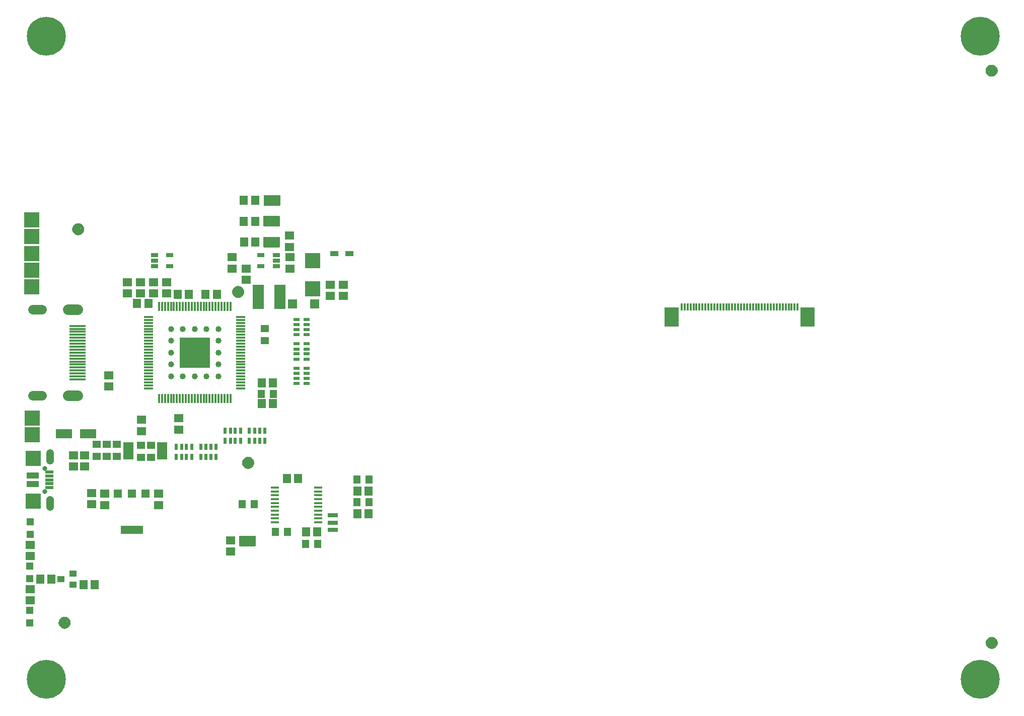
<source format=gbr>
G04 EAGLE Gerber RS-274X export*
G75*
%MOMM*%
%FSLAX34Y34*%
%LPD*%
%INSoldermask Top*%
%IPPOS*%
%AMOC8*
5,1,8,0,0,1.08239X$1,22.5*%
G01*
%ADD10C,1.751600*%
%ADD11C,1.601600*%
%ADD12R,2.701600X0.351600*%
%ADD13R,0.371600X1.601600*%
%ADD14R,1.601600X0.371600*%
%ADD15R,5.200000X5.200000*%
%ADD16C,1.009600*%
%ADD17R,1.601600X1.401600*%
%ADD18R,1.401600X1.301600*%
%ADD19R,1.301600X1.401600*%
%ADD20R,1.401600X1.601600*%
%ADD21R,1.651000X2.921000*%
%ADD22C,6.553200*%
%ADD23C,1.101600*%
%ADD24C,0.500000*%
%ADD25R,1.301600X0.651600*%
%ADD26R,1.401600X1.401600*%
%ADD27R,3.701600X1.401600*%
%ADD28C,0.801600*%
%ADD29R,2.601600X2.601600*%
%ADD30C,1.309600*%
%ADD31R,2.101600X1.101600*%
%ADD32R,1.450000X0.500000*%
%ADD33R,1.371600X0.406400*%
%ADD34R,1.801600X0.801600*%
%ADD35R,1.001600X0.551600*%
%ADD36R,0.551600X1.001600*%
%ADD37R,1.301600X1.301600*%
%ADD38R,1.901600X4.101600*%
%ADD39R,1.501600X1.501600*%
%ADD40R,2.641600X2.641600*%
%ADD41R,1.301600X1.101600*%
%ADD42R,0.300000X1.150000*%
%ADD43R,2.401600X3.201600*%
%ADD44R,2.501600X2.501600*%
%ADD45R,1.270000X1.701800*%
%ADD46R,0.736600X0.304800*%
%ADD47R,1.451600X0.901600*%
%ADD48R,2.701600X1.501600*%

G36*
X432810Y837136D02*
X432810Y837136D01*
X432929Y837143D01*
X432967Y837156D01*
X433008Y837161D01*
X433118Y837204D01*
X433231Y837241D01*
X433266Y837263D01*
X433303Y837278D01*
X433399Y837348D01*
X433500Y837411D01*
X433528Y837441D01*
X433561Y837464D01*
X433637Y837556D01*
X433718Y837643D01*
X433738Y837678D01*
X433763Y837709D01*
X433814Y837817D01*
X433872Y837921D01*
X433882Y837961D01*
X433899Y837997D01*
X433921Y838114D01*
X433951Y838229D01*
X433955Y838290D01*
X433959Y838310D01*
X433957Y838330D01*
X433961Y838390D01*
X433961Y853630D01*
X433946Y853748D01*
X433939Y853867D01*
X433926Y853905D01*
X433921Y853946D01*
X433878Y854056D01*
X433841Y854169D01*
X433819Y854204D01*
X433804Y854241D01*
X433735Y854337D01*
X433671Y854438D01*
X433641Y854466D01*
X433618Y854499D01*
X433526Y854575D01*
X433439Y854656D01*
X433404Y854676D01*
X433373Y854701D01*
X433265Y854752D01*
X433161Y854810D01*
X433121Y854820D01*
X433085Y854837D01*
X432968Y854859D01*
X432853Y854889D01*
X432793Y854893D01*
X432773Y854897D01*
X432752Y854895D01*
X432692Y854899D01*
X407292Y854899D01*
X407174Y854884D01*
X407055Y854877D01*
X407017Y854864D01*
X406976Y854859D01*
X406866Y854816D01*
X406753Y854779D01*
X406718Y854757D01*
X406681Y854742D01*
X406585Y854673D01*
X406484Y854609D01*
X406456Y854579D01*
X406423Y854556D01*
X406348Y854464D01*
X406266Y854377D01*
X406246Y854342D01*
X406221Y854311D01*
X406170Y854203D01*
X406112Y854099D01*
X406102Y854059D01*
X406085Y854023D01*
X406063Y853906D01*
X406033Y853791D01*
X406029Y853731D01*
X406025Y853711D01*
X406026Y853704D01*
X406025Y853702D01*
X406026Y853686D01*
X406023Y853630D01*
X406023Y838390D01*
X406038Y838272D01*
X406045Y838153D01*
X406058Y838115D01*
X406063Y838074D01*
X406106Y837964D01*
X406143Y837851D01*
X406165Y837816D01*
X406180Y837779D01*
X406250Y837683D01*
X406313Y837582D01*
X406343Y837554D01*
X406366Y837521D01*
X406458Y837446D01*
X406545Y837364D01*
X406580Y837344D01*
X406611Y837319D01*
X406719Y837268D01*
X406823Y837210D01*
X406863Y837200D01*
X406899Y837183D01*
X407016Y837161D01*
X407131Y837131D01*
X407192Y837127D01*
X407212Y837123D01*
X407232Y837125D01*
X407292Y837121D01*
X432692Y837121D01*
X432810Y837136D01*
G37*
G36*
X431810Y802136D02*
X431810Y802136D01*
X431929Y802143D01*
X431967Y802156D01*
X432008Y802161D01*
X432118Y802204D01*
X432231Y802241D01*
X432266Y802263D01*
X432303Y802278D01*
X432399Y802348D01*
X432500Y802411D01*
X432528Y802441D01*
X432561Y802464D01*
X432637Y802556D01*
X432718Y802643D01*
X432738Y802678D01*
X432763Y802709D01*
X432814Y802817D01*
X432872Y802921D01*
X432882Y802961D01*
X432899Y802997D01*
X432921Y803114D01*
X432951Y803229D01*
X432955Y803290D01*
X432959Y803310D01*
X432957Y803330D01*
X432961Y803390D01*
X432961Y818630D01*
X432946Y818748D01*
X432939Y818867D01*
X432926Y818905D01*
X432921Y818946D01*
X432878Y819056D01*
X432841Y819169D01*
X432819Y819204D01*
X432804Y819241D01*
X432735Y819337D01*
X432671Y819438D01*
X432641Y819466D01*
X432618Y819499D01*
X432526Y819575D01*
X432439Y819656D01*
X432404Y819676D01*
X432373Y819701D01*
X432265Y819752D01*
X432161Y819810D01*
X432121Y819820D01*
X432085Y819837D01*
X431968Y819859D01*
X431853Y819889D01*
X431793Y819893D01*
X431773Y819897D01*
X431752Y819895D01*
X431692Y819899D01*
X406292Y819899D01*
X406174Y819884D01*
X406055Y819877D01*
X406017Y819864D01*
X405976Y819859D01*
X405866Y819816D01*
X405753Y819779D01*
X405718Y819757D01*
X405681Y819742D01*
X405585Y819673D01*
X405484Y819609D01*
X405456Y819579D01*
X405423Y819556D01*
X405348Y819464D01*
X405266Y819377D01*
X405246Y819342D01*
X405221Y819311D01*
X405170Y819203D01*
X405112Y819099D01*
X405102Y819059D01*
X405085Y819023D01*
X405063Y818906D01*
X405033Y818791D01*
X405029Y818731D01*
X405025Y818711D01*
X405026Y818704D01*
X405025Y818702D01*
X405026Y818686D01*
X405023Y818630D01*
X405023Y803390D01*
X405038Y803272D01*
X405045Y803153D01*
X405058Y803115D01*
X405063Y803074D01*
X405106Y802964D01*
X405143Y802851D01*
X405165Y802816D01*
X405180Y802779D01*
X405250Y802683D01*
X405313Y802582D01*
X405343Y802554D01*
X405366Y802521D01*
X405458Y802446D01*
X405545Y802364D01*
X405580Y802344D01*
X405611Y802319D01*
X405719Y802268D01*
X405823Y802210D01*
X405863Y802200D01*
X405899Y802183D01*
X406016Y802161D01*
X406131Y802131D01*
X406192Y802127D01*
X406212Y802123D01*
X406232Y802125D01*
X406292Y802121D01*
X431692Y802121D01*
X431810Y802136D01*
G37*
G36*
X431910Y767096D02*
X431910Y767096D01*
X432029Y767103D01*
X432067Y767116D01*
X432108Y767121D01*
X432218Y767164D01*
X432331Y767201D01*
X432366Y767223D01*
X432403Y767238D01*
X432499Y767308D01*
X432600Y767371D01*
X432628Y767401D01*
X432661Y767424D01*
X432737Y767516D01*
X432818Y767603D01*
X432838Y767638D01*
X432863Y767669D01*
X432914Y767777D01*
X432972Y767881D01*
X432982Y767921D01*
X432999Y767957D01*
X433021Y768074D01*
X433051Y768189D01*
X433055Y768250D01*
X433059Y768270D01*
X433057Y768290D01*
X433061Y768350D01*
X433061Y783590D01*
X433046Y783708D01*
X433039Y783827D01*
X433026Y783865D01*
X433021Y783906D01*
X432978Y784016D01*
X432941Y784129D01*
X432919Y784164D01*
X432904Y784201D01*
X432835Y784297D01*
X432771Y784398D01*
X432741Y784426D01*
X432718Y784459D01*
X432626Y784535D01*
X432539Y784616D01*
X432504Y784636D01*
X432473Y784661D01*
X432365Y784712D01*
X432261Y784770D01*
X432221Y784780D01*
X432185Y784797D01*
X432068Y784819D01*
X431953Y784849D01*
X431893Y784853D01*
X431873Y784857D01*
X431852Y784855D01*
X431792Y784859D01*
X406392Y784859D01*
X406274Y784844D01*
X406155Y784837D01*
X406117Y784824D01*
X406076Y784819D01*
X405966Y784776D01*
X405853Y784739D01*
X405818Y784717D01*
X405781Y784702D01*
X405685Y784633D01*
X405584Y784569D01*
X405556Y784539D01*
X405523Y784516D01*
X405448Y784424D01*
X405366Y784337D01*
X405346Y784302D01*
X405321Y784271D01*
X405270Y784163D01*
X405212Y784059D01*
X405202Y784019D01*
X405185Y783983D01*
X405163Y783866D01*
X405133Y783751D01*
X405129Y783691D01*
X405125Y783671D01*
X405126Y783664D01*
X405125Y783662D01*
X405126Y783646D01*
X405123Y783590D01*
X405123Y768350D01*
X405138Y768232D01*
X405145Y768113D01*
X405158Y768075D01*
X405163Y768034D01*
X405206Y767924D01*
X405243Y767811D01*
X405265Y767776D01*
X405280Y767739D01*
X405350Y767643D01*
X405413Y767542D01*
X405443Y767514D01*
X405466Y767481D01*
X405558Y767406D01*
X405645Y767324D01*
X405680Y767304D01*
X405711Y767279D01*
X405819Y767228D01*
X405923Y767170D01*
X405963Y767160D01*
X405999Y767143D01*
X406116Y767121D01*
X406231Y767091D01*
X406292Y767087D01*
X406312Y767083D01*
X406332Y767085D01*
X406392Y767081D01*
X431792Y767081D01*
X431910Y767096D01*
G37*
G36*
X391270Y264176D02*
X391270Y264176D01*
X391389Y264183D01*
X391427Y264196D01*
X391468Y264201D01*
X391578Y264244D01*
X391691Y264281D01*
X391726Y264303D01*
X391763Y264318D01*
X391859Y264388D01*
X391960Y264451D01*
X391988Y264481D01*
X392021Y264504D01*
X392097Y264596D01*
X392178Y264683D01*
X392198Y264718D01*
X392223Y264749D01*
X392274Y264857D01*
X392332Y264961D01*
X392342Y265001D01*
X392359Y265037D01*
X392381Y265154D01*
X392411Y265269D01*
X392415Y265330D01*
X392419Y265350D01*
X392417Y265370D01*
X392421Y265430D01*
X392421Y280670D01*
X392406Y280788D01*
X392399Y280907D01*
X392386Y280945D01*
X392381Y280986D01*
X392338Y281096D01*
X392301Y281209D01*
X392279Y281244D01*
X392264Y281281D01*
X392195Y281377D01*
X392131Y281478D01*
X392101Y281506D01*
X392078Y281539D01*
X391986Y281615D01*
X391899Y281696D01*
X391864Y281716D01*
X391833Y281741D01*
X391725Y281792D01*
X391621Y281850D01*
X391581Y281860D01*
X391545Y281877D01*
X391428Y281899D01*
X391313Y281929D01*
X391253Y281933D01*
X391233Y281937D01*
X391212Y281935D01*
X391152Y281939D01*
X365752Y281939D01*
X365634Y281924D01*
X365515Y281917D01*
X365477Y281904D01*
X365436Y281899D01*
X365326Y281856D01*
X365213Y281819D01*
X365178Y281797D01*
X365141Y281782D01*
X365045Y281713D01*
X364944Y281649D01*
X364916Y281619D01*
X364883Y281596D01*
X364808Y281504D01*
X364726Y281417D01*
X364706Y281382D01*
X364681Y281351D01*
X364630Y281243D01*
X364572Y281139D01*
X364562Y281099D01*
X364545Y281063D01*
X364523Y280946D01*
X364493Y280831D01*
X364489Y280771D01*
X364485Y280751D01*
X364486Y280744D01*
X364485Y280742D01*
X364486Y280726D01*
X364483Y280670D01*
X364483Y265430D01*
X364498Y265312D01*
X364505Y265193D01*
X364518Y265155D01*
X364523Y265114D01*
X364566Y265004D01*
X364603Y264891D01*
X364625Y264856D01*
X364640Y264819D01*
X364710Y264723D01*
X364773Y264622D01*
X364803Y264594D01*
X364826Y264561D01*
X364918Y264486D01*
X365005Y264404D01*
X365040Y264384D01*
X365071Y264359D01*
X365179Y264308D01*
X365283Y264250D01*
X365323Y264240D01*
X365359Y264223D01*
X365476Y264201D01*
X365591Y264171D01*
X365652Y264167D01*
X365672Y264163D01*
X365692Y264165D01*
X365752Y264161D01*
X391152Y264161D01*
X391270Y264176D01*
G37*
D10*
X76642Y662510D02*
X93142Y662510D01*
X93142Y517510D02*
X76642Y517510D01*
D11*
X32792Y517510D02*
X17792Y517510D01*
X17792Y662510D02*
X32792Y662510D01*
D12*
X92492Y545010D03*
X92492Y550010D03*
X92492Y555010D03*
X92492Y560010D03*
X92492Y565010D03*
X92492Y570010D03*
X92492Y575010D03*
X92492Y580010D03*
X92492Y585010D03*
X92492Y590010D03*
X92492Y595010D03*
X92492Y600010D03*
X92492Y605010D03*
X92492Y610010D03*
X92492Y615010D03*
X92492Y620010D03*
X92492Y625010D03*
X92492Y630010D03*
X92492Y635010D03*
D13*
X229992Y667510D03*
X234992Y667510D03*
X239992Y667510D03*
X244992Y667510D03*
X249992Y667510D03*
X254992Y667510D03*
X259992Y667510D03*
X264992Y667510D03*
X269992Y667510D03*
X274992Y667510D03*
X279992Y667510D03*
X284992Y667510D03*
X289992Y667510D03*
X294992Y667510D03*
X299992Y667510D03*
X304992Y667510D03*
X309992Y667510D03*
X314992Y667510D03*
X319992Y667510D03*
X324992Y667510D03*
X329992Y667510D03*
X334992Y667510D03*
X339992Y667510D03*
X344992Y667510D03*
X349992Y667510D03*
X229992Y512510D03*
X234992Y512510D03*
X239992Y512510D03*
X244992Y512510D03*
X249992Y512510D03*
X254992Y512510D03*
X259992Y512510D03*
X264992Y512510D03*
X269992Y512510D03*
X274992Y512510D03*
X279992Y512510D03*
X284992Y512510D03*
X289992Y512510D03*
X294992Y512510D03*
X299992Y512510D03*
X304992Y512510D03*
X309992Y512510D03*
X314992Y512510D03*
X319992Y512510D03*
X324992Y512510D03*
X329992Y512510D03*
X334992Y512510D03*
X339992Y512510D03*
X344992Y512510D03*
X349992Y512510D03*
D14*
X367492Y530010D03*
X367492Y535010D03*
X367492Y540010D03*
X367492Y545010D03*
X367492Y550010D03*
X367492Y555010D03*
X367492Y560010D03*
X367492Y565010D03*
X367492Y570010D03*
X367492Y575010D03*
X367492Y580010D03*
X367492Y585010D03*
X367492Y590010D03*
X367492Y595010D03*
X367492Y600010D03*
X367492Y605010D03*
X367492Y610010D03*
X367492Y615010D03*
X367492Y620010D03*
X367492Y625010D03*
X367492Y630010D03*
X367492Y635010D03*
X367492Y640010D03*
X367492Y645010D03*
X367492Y650010D03*
X212492Y650010D03*
X212492Y645010D03*
X212492Y640010D03*
X212492Y635010D03*
X212492Y630010D03*
X212492Y625010D03*
X212492Y620010D03*
X212492Y615010D03*
X212492Y610010D03*
X212492Y605010D03*
X212492Y600010D03*
X212492Y595010D03*
X212492Y590010D03*
X212492Y585010D03*
X212492Y580010D03*
X212492Y575010D03*
X212492Y570010D03*
X212492Y565010D03*
X212492Y560010D03*
X212492Y555010D03*
X212492Y550010D03*
X212492Y545010D03*
X212492Y540010D03*
X212492Y535010D03*
X212492Y530010D03*
D15*
X289992Y590010D03*
D16*
X249992Y630010D03*
X269992Y630010D03*
X289992Y630010D03*
X309992Y630010D03*
X329992Y630010D03*
X329992Y610010D03*
X329992Y590010D03*
X329992Y570010D03*
X329992Y550010D03*
X309992Y550010D03*
X289992Y550010D03*
X269992Y550010D03*
X249992Y550010D03*
X249992Y570010D03*
X249992Y590010D03*
X249992Y610010D03*
D17*
X176992Y708510D03*
X176992Y689510D03*
D18*
X158812Y415350D03*
X158812Y435670D03*
D19*
X422152Y520740D03*
X401832Y520740D03*
D18*
X125352Y415350D03*
X125352Y435670D03*
X142082Y415350D03*
X142082Y435670D03*
D17*
X262992Y479510D03*
X262992Y460510D03*
D20*
X279992Y688010D03*
X260992Y688010D03*
X402492Y538740D03*
X421492Y538740D03*
D18*
X407992Y609850D03*
X407992Y630170D03*
D20*
X326992Y688010D03*
X307992Y688010D03*
X192992Y672510D03*
X211992Y672510D03*
D17*
X105082Y417230D03*
X105082Y398230D03*
X199992Y477010D03*
X199992Y458010D03*
D21*
X178372Y424660D03*
D18*
X199142Y434280D03*
X199142Y413960D03*
D21*
X235002Y424970D03*
D18*
X216182Y414080D03*
X216182Y434400D03*
D22*
X39992Y1122010D03*
X1610992Y1122010D03*
X1610992Y40010D03*
X39992Y40010D03*
D23*
X362992Y692010D03*
D24*
X362992Y699510D02*
X362811Y699508D01*
X362630Y699501D01*
X362449Y699490D01*
X362268Y699475D01*
X362088Y699455D01*
X361908Y699431D01*
X361729Y699403D01*
X361551Y699370D01*
X361374Y699333D01*
X361197Y699292D01*
X361022Y699247D01*
X360847Y699197D01*
X360674Y699143D01*
X360503Y699085D01*
X360332Y699023D01*
X360164Y698956D01*
X359997Y698886D01*
X359831Y698812D01*
X359668Y698733D01*
X359507Y698651D01*
X359347Y698565D01*
X359190Y698475D01*
X359035Y698381D01*
X358882Y698284D01*
X358732Y698182D01*
X358584Y698078D01*
X358438Y697969D01*
X358296Y697858D01*
X358156Y697742D01*
X358019Y697624D01*
X357884Y697502D01*
X357753Y697377D01*
X357625Y697249D01*
X357500Y697118D01*
X357378Y696983D01*
X357260Y696846D01*
X357144Y696706D01*
X357033Y696564D01*
X356924Y696418D01*
X356820Y696270D01*
X356718Y696120D01*
X356621Y695967D01*
X356527Y695812D01*
X356437Y695655D01*
X356351Y695495D01*
X356269Y695334D01*
X356190Y695171D01*
X356116Y695005D01*
X356046Y694838D01*
X355979Y694670D01*
X355917Y694499D01*
X355859Y694328D01*
X355805Y694155D01*
X355755Y693980D01*
X355710Y693805D01*
X355669Y693628D01*
X355632Y693451D01*
X355599Y693273D01*
X355571Y693094D01*
X355547Y692914D01*
X355527Y692734D01*
X355512Y692553D01*
X355501Y692372D01*
X355494Y692191D01*
X355492Y692010D01*
X362992Y699510D02*
X363173Y699508D01*
X363354Y699501D01*
X363535Y699490D01*
X363716Y699475D01*
X363896Y699455D01*
X364076Y699431D01*
X364255Y699403D01*
X364433Y699370D01*
X364610Y699333D01*
X364787Y699292D01*
X364962Y699247D01*
X365137Y699197D01*
X365310Y699143D01*
X365481Y699085D01*
X365652Y699023D01*
X365820Y698956D01*
X365987Y698886D01*
X366153Y698812D01*
X366316Y698733D01*
X366477Y698651D01*
X366637Y698565D01*
X366794Y698475D01*
X366949Y698381D01*
X367102Y698284D01*
X367252Y698182D01*
X367400Y698078D01*
X367546Y697969D01*
X367688Y697858D01*
X367828Y697742D01*
X367965Y697624D01*
X368100Y697502D01*
X368231Y697377D01*
X368359Y697249D01*
X368484Y697118D01*
X368606Y696983D01*
X368724Y696846D01*
X368840Y696706D01*
X368951Y696564D01*
X369060Y696418D01*
X369164Y696270D01*
X369266Y696120D01*
X369363Y695967D01*
X369457Y695812D01*
X369547Y695655D01*
X369633Y695495D01*
X369715Y695334D01*
X369794Y695171D01*
X369868Y695005D01*
X369938Y694838D01*
X370005Y694670D01*
X370067Y694499D01*
X370125Y694328D01*
X370179Y694155D01*
X370229Y693980D01*
X370274Y693805D01*
X370315Y693628D01*
X370352Y693451D01*
X370385Y693273D01*
X370413Y693094D01*
X370437Y692914D01*
X370457Y692734D01*
X370472Y692553D01*
X370483Y692372D01*
X370490Y692191D01*
X370492Y692010D01*
X370490Y691829D01*
X370483Y691648D01*
X370472Y691467D01*
X370457Y691286D01*
X370437Y691106D01*
X370413Y690926D01*
X370385Y690747D01*
X370352Y690569D01*
X370315Y690392D01*
X370274Y690215D01*
X370229Y690040D01*
X370179Y689865D01*
X370125Y689692D01*
X370067Y689521D01*
X370005Y689350D01*
X369938Y689182D01*
X369868Y689015D01*
X369794Y688849D01*
X369715Y688686D01*
X369633Y688525D01*
X369547Y688365D01*
X369457Y688208D01*
X369363Y688053D01*
X369266Y687900D01*
X369164Y687750D01*
X369060Y687602D01*
X368951Y687456D01*
X368840Y687314D01*
X368724Y687174D01*
X368606Y687037D01*
X368484Y686902D01*
X368359Y686771D01*
X368231Y686643D01*
X368100Y686518D01*
X367965Y686396D01*
X367828Y686278D01*
X367688Y686162D01*
X367546Y686051D01*
X367400Y685942D01*
X367252Y685838D01*
X367102Y685736D01*
X366949Y685639D01*
X366794Y685545D01*
X366637Y685455D01*
X366477Y685369D01*
X366316Y685287D01*
X366153Y685208D01*
X365987Y685134D01*
X365820Y685064D01*
X365652Y684997D01*
X365481Y684935D01*
X365310Y684877D01*
X365137Y684823D01*
X364962Y684773D01*
X364787Y684728D01*
X364610Y684687D01*
X364433Y684650D01*
X364255Y684617D01*
X364076Y684589D01*
X363896Y684565D01*
X363716Y684545D01*
X363535Y684530D01*
X363354Y684519D01*
X363173Y684512D01*
X362992Y684510D01*
X362811Y684512D01*
X362630Y684519D01*
X362449Y684530D01*
X362268Y684545D01*
X362088Y684565D01*
X361908Y684589D01*
X361729Y684617D01*
X361551Y684650D01*
X361374Y684687D01*
X361197Y684728D01*
X361022Y684773D01*
X360847Y684823D01*
X360674Y684877D01*
X360503Y684935D01*
X360332Y684997D01*
X360164Y685064D01*
X359997Y685134D01*
X359831Y685208D01*
X359668Y685287D01*
X359507Y685369D01*
X359347Y685455D01*
X359190Y685545D01*
X359035Y685639D01*
X358882Y685736D01*
X358732Y685838D01*
X358584Y685942D01*
X358438Y686051D01*
X358296Y686162D01*
X358156Y686278D01*
X358019Y686396D01*
X357884Y686518D01*
X357753Y686643D01*
X357625Y686771D01*
X357500Y686902D01*
X357378Y687037D01*
X357260Y687174D01*
X357144Y687314D01*
X357033Y687456D01*
X356924Y687602D01*
X356820Y687750D01*
X356718Y687900D01*
X356621Y688053D01*
X356527Y688208D01*
X356437Y688365D01*
X356351Y688525D01*
X356269Y688686D01*
X356190Y688849D01*
X356116Y689015D01*
X356046Y689182D01*
X355979Y689350D01*
X355917Y689521D01*
X355859Y689692D01*
X355805Y689865D01*
X355755Y690040D01*
X355710Y690215D01*
X355669Y690392D01*
X355632Y690569D01*
X355599Y690747D01*
X355571Y690926D01*
X355547Y691106D01*
X355527Y691286D01*
X355512Y691467D01*
X355501Y691648D01*
X355494Y691829D01*
X355492Y692010D01*
D23*
X379792Y404510D03*
D24*
X379792Y412010D02*
X379611Y412008D01*
X379430Y412001D01*
X379249Y411990D01*
X379068Y411975D01*
X378888Y411955D01*
X378708Y411931D01*
X378529Y411903D01*
X378351Y411870D01*
X378174Y411833D01*
X377997Y411792D01*
X377822Y411747D01*
X377647Y411697D01*
X377474Y411643D01*
X377303Y411585D01*
X377132Y411523D01*
X376964Y411456D01*
X376797Y411386D01*
X376631Y411312D01*
X376468Y411233D01*
X376307Y411151D01*
X376147Y411065D01*
X375990Y410975D01*
X375835Y410881D01*
X375682Y410784D01*
X375532Y410682D01*
X375384Y410578D01*
X375238Y410469D01*
X375096Y410358D01*
X374956Y410242D01*
X374819Y410124D01*
X374684Y410002D01*
X374553Y409877D01*
X374425Y409749D01*
X374300Y409618D01*
X374178Y409483D01*
X374060Y409346D01*
X373944Y409206D01*
X373833Y409064D01*
X373724Y408918D01*
X373620Y408770D01*
X373518Y408620D01*
X373421Y408467D01*
X373327Y408312D01*
X373237Y408155D01*
X373151Y407995D01*
X373069Y407834D01*
X372990Y407671D01*
X372916Y407505D01*
X372846Y407338D01*
X372779Y407170D01*
X372717Y406999D01*
X372659Y406828D01*
X372605Y406655D01*
X372555Y406480D01*
X372510Y406305D01*
X372469Y406128D01*
X372432Y405951D01*
X372399Y405773D01*
X372371Y405594D01*
X372347Y405414D01*
X372327Y405234D01*
X372312Y405053D01*
X372301Y404872D01*
X372294Y404691D01*
X372292Y404510D01*
X379792Y412010D02*
X379973Y412008D01*
X380154Y412001D01*
X380335Y411990D01*
X380516Y411975D01*
X380696Y411955D01*
X380876Y411931D01*
X381055Y411903D01*
X381233Y411870D01*
X381410Y411833D01*
X381587Y411792D01*
X381762Y411747D01*
X381937Y411697D01*
X382110Y411643D01*
X382281Y411585D01*
X382452Y411523D01*
X382620Y411456D01*
X382787Y411386D01*
X382953Y411312D01*
X383116Y411233D01*
X383277Y411151D01*
X383437Y411065D01*
X383594Y410975D01*
X383749Y410881D01*
X383902Y410784D01*
X384052Y410682D01*
X384200Y410578D01*
X384346Y410469D01*
X384488Y410358D01*
X384628Y410242D01*
X384765Y410124D01*
X384900Y410002D01*
X385031Y409877D01*
X385159Y409749D01*
X385284Y409618D01*
X385406Y409483D01*
X385524Y409346D01*
X385640Y409206D01*
X385751Y409064D01*
X385860Y408918D01*
X385964Y408770D01*
X386066Y408620D01*
X386163Y408467D01*
X386257Y408312D01*
X386347Y408155D01*
X386433Y407995D01*
X386515Y407834D01*
X386594Y407671D01*
X386668Y407505D01*
X386738Y407338D01*
X386805Y407170D01*
X386867Y406999D01*
X386925Y406828D01*
X386979Y406655D01*
X387029Y406480D01*
X387074Y406305D01*
X387115Y406128D01*
X387152Y405951D01*
X387185Y405773D01*
X387213Y405594D01*
X387237Y405414D01*
X387257Y405234D01*
X387272Y405053D01*
X387283Y404872D01*
X387290Y404691D01*
X387292Y404510D01*
X387290Y404329D01*
X387283Y404148D01*
X387272Y403967D01*
X387257Y403786D01*
X387237Y403606D01*
X387213Y403426D01*
X387185Y403247D01*
X387152Y403069D01*
X387115Y402892D01*
X387074Y402715D01*
X387029Y402540D01*
X386979Y402365D01*
X386925Y402192D01*
X386867Y402021D01*
X386805Y401850D01*
X386738Y401682D01*
X386668Y401515D01*
X386594Y401349D01*
X386515Y401186D01*
X386433Y401025D01*
X386347Y400865D01*
X386257Y400708D01*
X386163Y400553D01*
X386066Y400400D01*
X385964Y400250D01*
X385860Y400102D01*
X385751Y399956D01*
X385640Y399814D01*
X385524Y399674D01*
X385406Y399537D01*
X385284Y399402D01*
X385159Y399271D01*
X385031Y399143D01*
X384900Y399018D01*
X384765Y398896D01*
X384628Y398778D01*
X384488Y398662D01*
X384346Y398551D01*
X384200Y398442D01*
X384052Y398338D01*
X383902Y398236D01*
X383749Y398139D01*
X383594Y398045D01*
X383437Y397955D01*
X383277Y397869D01*
X383116Y397787D01*
X382953Y397708D01*
X382787Y397634D01*
X382620Y397564D01*
X382452Y397497D01*
X382281Y397435D01*
X382110Y397377D01*
X381937Y397323D01*
X381762Y397273D01*
X381587Y397228D01*
X381410Y397187D01*
X381233Y397150D01*
X381055Y397117D01*
X380876Y397089D01*
X380696Y397065D01*
X380516Y397045D01*
X380335Y397030D01*
X380154Y397019D01*
X379973Y397012D01*
X379792Y397010D01*
X379611Y397012D01*
X379430Y397019D01*
X379249Y397030D01*
X379068Y397045D01*
X378888Y397065D01*
X378708Y397089D01*
X378529Y397117D01*
X378351Y397150D01*
X378174Y397187D01*
X377997Y397228D01*
X377822Y397273D01*
X377647Y397323D01*
X377474Y397377D01*
X377303Y397435D01*
X377132Y397497D01*
X376964Y397564D01*
X376797Y397634D01*
X376631Y397708D01*
X376468Y397787D01*
X376307Y397869D01*
X376147Y397955D01*
X375990Y398045D01*
X375835Y398139D01*
X375682Y398236D01*
X375532Y398338D01*
X375384Y398442D01*
X375238Y398551D01*
X375096Y398662D01*
X374956Y398778D01*
X374819Y398896D01*
X374684Y399018D01*
X374553Y399143D01*
X374425Y399271D01*
X374300Y399402D01*
X374178Y399537D01*
X374060Y399674D01*
X373944Y399814D01*
X373833Y399956D01*
X373724Y400102D01*
X373620Y400250D01*
X373518Y400400D01*
X373421Y400553D01*
X373327Y400708D01*
X373237Y400865D01*
X373151Y401025D01*
X373069Y401186D01*
X372990Y401349D01*
X372916Y401515D01*
X372846Y401682D01*
X372779Y401850D01*
X372717Y402021D01*
X372659Y402192D01*
X372605Y402365D01*
X372555Y402540D01*
X372510Y402715D01*
X372469Y402892D01*
X372432Y403069D01*
X372399Y403247D01*
X372371Y403426D01*
X372347Y403606D01*
X372327Y403786D01*
X372312Y403967D01*
X372301Y404148D01*
X372294Y404329D01*
X372292Y404510D01*
D23*
X1630292Y101550D03*
D24*
X1630292Y109050D02*
X1630111Y109048D01*
X1629930Y109041D01*
X1629749Y109030D01*
X1629568Y109015D01*
X1629388Y108995D01*
X1629208Y108971D01*
X1629029Y108943D01*
X1628851Y108910D01*
X1628674Y108873D01*
X1628497Y108832D01*
X1628322Y108787D01*
X1628147Y108737D01*
X1627974Y108683D01*
X1627803Y108625D01*
X1627632Y108563D01*
X1627464Y108496D01*
X1627297Y108426D01*
X1627131Y108352D01*
X1626968Y108273D01*
X1626807Y108191D01*
X1626647Y108105D01*
X1626490Y108015D01*
X1626335Y107921D01*
X1626182Y107824D01*
X1626032Y107722D01*
X1625884Y107618D01*
X1625738Y107509D01*
X1625596Y107398D01*
X1625456Y107282D01*
X1625319Y107164D01*
X1625184Y107042D01*
X1625053Y106917D01*
X1624925Y106789D01*
X1624800Y106658D01*
X1624678Y106523D01*
X1624560Y106386D01*
X1624444Y106246D01*
X1624333Y106104D01*
X1624224Y105958D01*
X1624120Y105810D01*
X1624018Y105660D01*
X1623921Y105507D01*
X1623827Y105352D01*
X1623737Y105195D01*
X1623651Y105035D01*
X1623569Y104874D01*
X1623490Y104711D01*
X1623416Y104545D01*
X1623346Y104378D01*
X1623279Y104210D01*
X1623217Y104039D01*
X1623159Y103868D01*
X1623105Y103695D01*
X1623055Y103520D01*
X1623010Y103345D01*
X1622969Y103168D01*
X1622932Y102991D01*
X1622899Y102813D01*
X1622871Y102634D01*
X1622847Y102454D01*
X1622827Y102274D01*
X1622812Y102093D01*
X1622801Y101912D01*
X1622794Y101731D01*
X1622792Y101550D01*
X1630292Y109050D02*
X1630473Y109048D01*
X1630654Y109041D01*
X1630835Y109030D01*
X1631016Y109015D01*
X1631196Y108995D01*
X1631376Y108971D01*
X1631555Y108943D01*
X1631733Y108910D01*
X1631910Y108873D01*
X1632087Y108832D01*
X1632262Y108787D01*
X1632437Y108737D01*
X1632610Y108683D01*
X1632781Y108625D01*
X1632952Y108563D01*
X1633120Y108496D01*
X1633287Y108426D01*
X1633453Y108352D01*
X1633616Y108273D01*
X1633777Y108191D01*
X1633937Y108105D01*
X1634094Y108015D01*
X1634249Y107921D01*
X1634402Y107824D01*
X1634552Y107722D01*
X1634700Y107618D01*
X1634846Y107509D01*
X1634988Y107398D01*
X1635128Y107282D01*
X1635265Y107164D01*
X1635400Y107042D01*
X1635531Y106917D01*
X1635659Y106789D01*
X1635784Y106658D01*
X1635906Y106523D01*
X1636024Y106386D01*
X1636140Y106246D01*
X1636251Y106104D01*
X1636360Y105958D01*
X1636464Y105810D01*
X1636566Y105660D01*
X1636663Y105507D01*
X1636757Y105352D01*
X1636847Y105195D01*
X1636933Y105035D01*
X1637015Y104874D01*
X1637094Y104711D01*
X1637168Y104545D01*
X1637238Y104378D01*
X1637305Y104210D01*
X1637367Y104039D01*
X1637425Y103868D01*
X1637479Y103695D01*
X1637529Y103520D01*
X1637574Y103345D01*
X1637615Y103168D01*
X1637652Y102991D01*
X1637685Y102813D01*
X1637713Y102634D01*
X1637737Y102454D01*
X1637757Y102274D01*
X1637772Y102093D01*
X1637783Y101912D01*
X1637790Y101731D01*
X1637792Y101550D01*
X1637790Y101369D01*
X1637783Y101188D01*
X1637772Y101007D01*
X1637757Y100826D01*
X1637737Y100646D01*
X1637713Y100466D01*
X1637685Y100287D01*
X1637652Y100109D01*
X1637615Y99932D01*
X1637574Y99755D01*
X1637529Y99580D01*
X1637479Y99405D01*
X1637425Y99232D01*
X1637367Y99061D01*
X1637305Y98890D01*
X1637238Y98722D01*
X1637168Y98555D01*
X1637094Y98389D01*
X1637015Y98226D01*
X1636933Y98065D01*
X1636847Y97905D01*
X1636757Y97748D01*
X1636663Y97593D01*
X1636566Y97440D01*
X1636464Y97290D01*
X1636360Y97142D01*
X1636251Y96996D01*
X1636140Y96854D01*
X1636024Y96714D01*
X1635906Y96577D01*
X1635784Y96442D01*
X1635659Y96311D01*
X1635531Y96183D01*
X1635400Y96058D01*
X1635265Y95936D01*
X1635128Y95818D01*
X1634988Y95702D01*
X1634846Y95591D01*
X1634700Y95482D01*
X1634552Y95378D01*
X1634402Y95276D01*
X1634249Y95179D01*
X1634094Y95085D01*
X1633937Y94995D01*
X1633777Y94909D01*
X1633616Y94827D01*
X1633453Y94748D01*
X1633287Y94674D01*
X1633120Y94604D01*
X1632952Y94537D01*
X1632781Y94475D01*
X1632610Y94417D01*
X1632437Y94363D01*
X1632262Y94313D01*
X1632087Y94268D01*
X1631910Y94227D01*
X1631733Y94190D01*
X1631555Y94157D01*
X1631376Y94129D01*
X1631196Y94105D01*
X1631016Y94085D01*
X1630835Y94070D01*
X1630654Y94059D01*
X1630473Y94052D01*
X1630292Y94050D01*
X1630111Y94052D01*
X1629930Y94059D01*
X1629749Y94070D01*
X1629568Y94085D01*
X1629388Y94105D01*
X1629208Y94129D01*
X1629029Y94157D01*
X1628851Y94190D01*
X1628674Y94227D01*
X1628497Y94268D01*
X1628322Y94313D01*
X1628147Y94363D01*
X1627974Y94417D01*
X1627803Y94475D01*
X1627632Y94537D01*
X1627464Y94604D01*
X1627297Y94674D01*
X1627131Y94748D01*
X1626968Y94827D01*
X1626807Y94909D01*
X1626647Y94995D01*
X1626490Y95085D01*
X1626335Y95179D01*
X1626182Y95276D01*
X1626032Y95378D01*
X1625884Y95482D01*
X1625738Y95591D01*
X1625596Y95702D01*
X1625456Y95818D01*
X1625319Y95936D01*
X1625184Y96058D01*
X1625053Y96183D01*
X1624925Y96311D01*
X1624800Y96442D01*
X1624678Y96577D01*
X1624560Y96714D01*
X1624444Y96854D01*
X1624333Y96996D01*
X1624224Y97142D01*
X1624120Y97290D01*
X1624018Y97440D01*
X1623921Y97593D01*
X1623827Y97748D01*
X1623737Y97905D01*
X1623651Y98065D01*
X1623569Y98226D01*
X1623490Y98389D01*
X1623416Y98555D01*
X1623346Y98722D01*
X1623279Y98890D01*
X1623217Y99061D01*
X1623159Y99232D01*
X1623105Y99405D01*
X1623055Y99580D01*
X1623010Y99755D01*
X1622969Y99932D01*
X1622932Y100109D01*
X1622899Y100287D01*
X1622871Y100466D01*
X1622847Y100646D01*
X1622827Y100826D01*
X1622812Y101007D01*
X1622801Y101188D01*
X1622794Y101369D01*
X1622792Y101550D01*
D17*
X144992Y552010D03*
X144992Y533010D03*
D25*
X221991Y754510D03*
X221991Y745010D03*
X221991Y735510D03*
X247993Y735510D03*
X247993Y754510D03*
D17*
X198992Y708510D03*
X198992Y689510D03*
X220992Y708510D03*
X220992Y689510D03*
D26*
X206992Y352510D03*
X183992Y352510D03*
X160992Y352510D03*
D27*
X183992Y291510D03*
D28*
X37492Y395510D03*
X37492Y356510D03*
D29*
X18492Y340010D03*
X18492Y412010D03*
D30*
X46492Y409010D02*
X46492Y421090D01*
X46492Y343010D02*
X46492Y330930D01*
D31*
X17492Y383510D03*
X17492Y368510D03*
D32*
X45242Y389010D03*
X45242Y382510D03*
X45242Y376010D03*
X45242Y369510D03*
X45242Y363010D03*
D17*
X86082Y417230D03*
X86082Y398230D03*
X138992Y333510D03*
X138992Y352510D03*
X228992Y333510D03*
X228992Y352510D03*
D20*
X421492Y504010D03*
X402492Y504010D03*
D33*
X497180Y304420D03*
X497180Y310920D03*
X497180Y317420D03*
X497180Y323920D03*
X497180Y330420D03*
X497180Y336920D03*
X497180Y343420D03*
X497180Y349920D03*
X497180Y356420D03*
X497180Y362920D03*
X424824Y362920D03*
X424824Y356420D03*
X424824Y349920D03*
X424824Y343420D03*
X424824Y336920D03*
X424824Y330420D03*
X424824Y323920D03*
X424824Y317420D03*
X424824Y310920D03*
X424824Y304420D03*
D34*
X521852Y292090D03*
X521852Y304090D03*
X521852Y316090D03*
D20*
X476902Y288220D03*
X495902Y288220D03*
D19*
X425442Y288220D03*
X445762Y288220D03*
D35*
X477992Y564010D03*
X460992Y564010D03*
X477992Y555010D03*
X477992Y547010D03*
X477992Y538010D03*
X460992Y538010D03*
X460992Y555010D03*
X460992Y547010D03*
X477992Y605010D03*
X460992Y605010D03*
X477992Y596010D03*
X477992Y588010D03*
X477992Y579010D03*
X460992Y579010D03*
X460992Y596010D03*
X460992Y588010D03*
D36*
X366992Y442010D03*
X366992Y459010D03*
X357992Y442010D03*
X349992Y442010D03*
X340992Y442010D03*
X340992Y459010D03*
X357992Y459010D03*
X349992Y459010D03*
X407992Y442010D03*
X407992Y459010D03*
X398992Y442010D03*
X390992Y442010D03*
X381992Y442010D03*
X381992Y459010D03*
X398992Y459010D03*
X390992Y459010D03*
X284992Y414510D03*
X284992Y431510D03*
X275992Y414510D03*
X267992Y414510D03*
X258992Y414510D03*
X258992Y431510D03*
X275992Y431510D03*
X267992Y431510D03*
X325992Y414510D03*
X325992Y431510D03*
X316992Y414510D03*
X308992Y414510D03*
X299992Y414510D03*
X299992Y431510D03*
X316992Y431510D03*
X308992Y431510D03*
D35*
X477992Y646010D03*
X460992Y646010D03*
X477992Y637010D03*
X477992Y629010D03*
X477992Y620010D03*
X460992Y620010D03*
X460992Y637010D03*
X460992Y629010D03*
D20*
X463902Y378120D03*
X444902Y378120D03*
D17*
X13492Y173330D03*
X13492Y192330D03*
D37*
X12532Y155960D03*
X12532Y134960D03*
D25*
X426993Y735510D03*
X426993Y745010D03*
X426993Y754510D03*
X400991Y754510D03*
X400991Y735510D03*
D38*
X396992Y684010D03*
X432992Y684010D03*
D39*
X491492Y672010D03*
X454492Y672010D03*
D17*
X376492Y731510D03*
X376492Y712510D03*
X539992Y685510D03*
X539992Y704510D03*
X517992Y685510D03*
X517992Y704510D03*
X449992Y750510D03*
X449992Y731510D03*
X449532Y767790D03*
X449532Y786790D03*
D40*
X487992Y697515D03*
X487992Y744505D03*
D17*
X352992Y731510D03*
X352992Y750510D03*
X242992Y708510D03*
X242992Y689510D03*
D37*
X13532Y284510D03*
X13532Y305510D03*
D17*
X13532Y266510D03*
X13532Y247510D03*
D37*
X12532Y209735D03*
X12532Y230735D03*
D20*
X29807Y208990D03*
X48807Y208990D03*
D41*
X65212Y208990D03*
X85212Y218490D03*
X85212Y199490D03*
D20*
X121602Y199720D03*
X102602Y199720D03*
D19*
X562982Y376410D03*
X583302Y376410D03*
X562982Y338310D03*
X583302Y338310D03*
D20*
X582642Y357360D03*
X563642Y357360D03*
X563642Y319260D03*
X582642Y319260D03*
D19*
X496562Y268440D03*
X476242Y268440D03*
X369562Y334940D03*
X389882Y334940D03*
D17*
X349822Y274240D03*
X349822Y255240D03*
D42*
X1303810Y667020D03*
X1298810Y667020D03*
X1293810Y667020D03*
X1288810Y667020D03*
X1283810Y667020D03*
X1278810Y667020D03*
X1273810Y667020D03*
X1268810Y667020D03*
X1263810Y667020D03*
X1258810Y667020D03*
X1253810Y667020D03*
X1248810Y667020D03*
X1243810Y667020D03*
X1238810Y667020D03*
X1233810Y667020D03*
X1228810Y667020D03*
X1223810Y667020D03*
X1218810Y667020D03*
X1213810Y667020D03*
X1208810Y667020D03*
X1203810Y667020D03*
X1198810Y667020D03*
X1193810Y667020D03*
X1188810Y667020D03*
X1183810Y667020D03*
X1178810Y667020D03*
X1173810Y667020D03*
X1168810Y667020D03*
X1163810Y667020D03*
X1158810Y667020D03*
X1153810Y667020D03*
X1148810Y667020D03*
X1143810Y667020D03*
X1138810Y667020D03*
X1133810Y667020D03*
X1128810Y667020D03*
X1123810Y667020D03*
X1118810Y667020D03*
X1113810Y667020D03*
X1108810Y667020D03*
D43*
X1092192Y650010D03*
X1320192Y650010D03*
D44*
X15992Y813010D03*
X15992Y729010D03*
X15992Y701010D03*
X15992Y757010D03*
X15992Y785010D03*
X16992Y452010D03*
X16992Y480010D03*
D23*
X93972Y797560D03*
D24*
X93972Y805060D02*
X93791Y805058D01*
X93610Y805051D01*
X93429Y805040D01*
X93248Y805025D01*
X93068Y805005D01*
X92888Y804981D01*
X92709Y804953D01*
X92531Y804920D01*
X92354Y804883D01*
X92177Y804842D01*
X92002Y804797D01*
X91827Y804747D01*
X91654Y804693D01*
X91483Y804635D01*
X91312Y804573D01*
X91144Y804506D01*
X90977Y804436D01*
X90811Y804362D01*
X90648Y804283D01*
X90487Y804201D01*
X90327Y804115D01*
X90170Y804025D01*
X90015Y803931D01*
X89862Y803834D01*
X89712Y803732D01*
X89564Y803628D01*
X89418Y803519D01*
X89276Y803408D01*
X89136Y803292D01*
X88999Y803174D01*
X88864Y803052D01*
X88733Y802927D01*
X88605Y802799D01*
X88480Y802668D01*
X88358Y802533D01*
X88240Y802396D01*
X88124Y802256D01*
X88013Y802114D01*
X87904Y801968D01*
X87800Y801820D01*
X87698Y801670D01*
X87601Y801517D01*
X87507Y801362D01*
X87417Y801205D01*
X87331Y801045D01*
X87249Y800884D01*
X87170Y800721D01*
X87096Y800555D01*
X87026Y800388D01*
X86959Y800220D01*
X86897Y800049D01*
X86839Y799878D01*
X86785Y799705D01*
X86735Y799530D01*
X86690Y799355D01*
X86649Y799178D01*
X86612Y799001D01*
X86579Y798823D01*
X86551Y798644D01*
X86527Y798464D01*
X86507Y798284D01*
X86492Y798103D01*
X86481Y797922D01*
X86474Y797741D01*
X86472Y797560D01*
X93972Y805060D02*
X94153Y805058D01*
X94334Y805051D01*
X94515Y805040D01*
X94696Y805025D01*
X94876Y805005D01*
X95056Y804981D01*
X95235Y804953D01*
X95413Y804920D01*
X95590Y804883D01*
X95767Y804842D01*
X95942Y804797D01*
X96117Y804747D01*
X96290Y804693D01*
X96461Y804635D01*
X96632Y804573D01*
X96800Y804506D01*
X96967Y804436D01*
X97133Y804362D01*
X97296Y804283D01*
X97457Y804201D01*
X97617Y804115D01*
X97774Y804025D01*
X97929Y803931D01*
X98082Y803834D01*
X98232Y803732D01*
X98380Y803628D01*
X98526Y803519D01*
X98668Y803408D01*
X98808Y803292D01*
X98945Y803174D01*
X99080Y803052D01*
X99211Y802927D01*
X99339Y802799D01*
X99464Y802668D01*
X99586Y802533D01*
X99704Y802396D01*
X99820Y802256D01*
X99931Y802114D01*
X100040Y801968D01*
X100144Y801820D01*
X100246Y801670D01*
X100343Y801517D01*
X100437Y801362D01*
X100527Y801205D01*
X100613Y801045D01*
X100695Y800884D01*
X100774Y800721D01*
X100848Y800555D01*
X100918Y800388D01*
X100985Y800220D01*
X101047Y800049D01*
X101105Y799878D01*
X101159Y799705D01*
X101209Y799530D01*
X101254Y799355D01*
X101295Y799178D01*
X101332Y799001D01*
X101365Y798823D01*
X101393Y798644D01*
X101417Y798464D01*
X101437Y798284D01*
X101452Y798103D01*
X101463Y797922D01*
X101470Y797741D01*
X101472Y797560D01*
X101470Y797379D01*
X101463Y797198D01*
X101452Y797017D01*
X101437Y796836D01*
X101417Y796656D01*
X101393Y796476D01*
X101365Y796297D01*
X101332Y796119D01*
X101295Y795942D01*
X101254Y795765D01*
X101209Y795590D01*
X101159Y795415D01*
X101105Y795242D01*
X101047Y795071D01*
X100985Y794900D01*
X100918Y794732D01*
X100848Y794565D01*
X100774Y794399D01*
X100695Y794236D01*
X100613Y794075D01*
X100527Y793915D01*
X100437Y793758D01*
X100343Y793603D01*
X100246Y793450D01*
X100144Y793300D01*
X100040Y793152D01*
X99931Y793006D01*
X99820Y792864D01*
X99704Y792724D01*
X99586Y792587D01*
X99464Y792452D01*
X99339Y792321D01*
X99211Y792193D01*
X99080Y792068D01*
X98945Y791946D01*
X98808Y791828D01*
X98668Y791712D01*
X98526Y791601D01*
X98380Y791492D01*
X98232Y791388D01*
X98082Y791286D01*
X97929Y791189D01*
X97774Y791095D01*
X97617Y791005D01*
X97457Y790919D01*
X97296Y790837D01*
X97133Y790758D01*
X96967Y790684D01*
X96800Y790614D01*
X96632Y790547D01*
X96461Y790485D01*
X96290Y790427D01*
X96117Y790373D01*
X95942Y790323D01*
X95767Y790278D01*
X95590Y790237D01*
X95413Y790200D01*
X95235Y790167D01*
X95056Y790139D01*
X94876Y790115D01*
X94696Y790095D01*
X94515Y790080D01*
X94334Y790069D01*
X94153Y790062D01*
X93972Y790060D01*
X93791Y790062D01*
X93610Y790069D01*
X93429Y790080D01*
X93248Y790095D01*
X93068Y790115D01*
X92888Y790139D01*
X92709Y790167D01*
X92531Y790200D01*
X92354Y790237D01*
X92177Y790278D01*
X92002Y790323D01*
X91827Y790373D01*
X91654Y790427D01*
X91483Y790485D01*
X91312Y790547D01*
X91144Y790614D01*
X90977Y790684D01*
X90811Y790758D01*
X90648Y790837D01*
X90487Y790919D01*
X90327Y791005D01*
X90170Y791095D01*
X90015Y791189D01*
X89862Y791286D01*
X89712Y791388D01*
X89564Y791492D01*
X89418Y791601D01*
X89276Y791712D01*
X89136Y791828D01*
X88999Y791946D01*
X88864Y792068D01*
X88733Y792193D01*
X88605Y792321D01*
X88480Y792452D01*
X88358Y792587D01*
X88240Y792724D01*
X88124Y792864D01*
X88013Y793006D01*
X87904Y793152D01*
X87800Y793300D01*
X87698Y793450D01*
X87601Y793603D01*
X87507Y793758D01*
X87417Y793915D01*
X87331Y794075D01*
X87249Y794236D01*
X87170Y794399D01*
X87096Y794565D01*
X87026Y794732D01*
X86959Y794900D01*
X86897Y795071D01*
X86839Y795242D01*
X86785Y795415D01*
X86735Y795590D01*
X86690Y795765D01*
X86649Y795942D01*
X86612Y796119D01*
X86579Y796297D01*
X86551Y796476D01*
X86527Y796656D01*
X86507Y796836D01*
X86492Y797017D01*
X86481Y797198D01*
X86474Y797379D01*
X86472Y797560D01*
D23*
X71112Y135440D03*
D24*
X71112Y142940D02*
X70931Y142938D01*
X70750Y142931D01*
X70569Y142920D01*
X70388Y142905D01*
X70208Y142885D01*
X70028Y142861D01*
X69849Y142833D01*
X69671Y142800D01*
X69494Y142763D01*
X69317Y142722D01*
X69142Y142677D01*
X68967Y142627D01*
X68794Y142573D01*
X68623Y142515D01*
X68452Y142453D01*
X68284Y142386D01*
X68117Y142316D01*
X67951Y142242D01*
X67788Y142163D01*
X67627Y142081D01*
X67467Y141995D01*
X67310Y141905D01*
X67155Y141811D01*
X67002Y141714D01*
X66852Y141612D01*
X66704Y141508D01*
X66558Y141399D01*
X66416Y141288D01*
X66276Y141172D01*
X66139Y141054D01*
X66004Y140932D01*
X65873Y140807D01*
X65745Y140679D01*
X65620Y140548D01*
X65498Y140413D01*
X65380Y140276D01*
X65264Y140136D01*
X65153Y139994D01*
X65044Y139848D01*
X64940Y139700D01*
X64838Y139550D01*
X64741Y139397D01*
X64647Y139242D01*
X64557Y139085D01*
X64471Y138925D01*
X64389Y138764D01*
X64310Y138601D01*
X64236Y138435D01*
X64166Y138268D01*
X64099Y138100D01*
X64037Y137929D01*
X63979Y137758D01*
X63925Y137585D01*
X63875Y137410D01*
X63830Y137235D01*
X63789Y137058D01*
X63752Y136881D01*
X63719Y136703D01*
X63691Y136524D01*
X63667Y136344D01*
X63647Y136164D01*
X63632Y135983D01*
X63621Y135802D01*
X63614Y135621D01*
X63612Y135440D01*
X71112Y142940D02*
X71293Y142938D01*
X71474Y142931D01*
X71655Y142920D01*
X71836Y142905D01*
X72016Y142885D01*
X72196Y142861D01*
X72375Y142833D01*
X72553Y142800D01*
X72730Y142763D01*
X72907Y142722D01*
X73082Y142677D01*
X73257Y142627D01*
X73430Y142573D01*
X73601Y142515D01*
X73772Y142453D01*
X73940Y142386D01*
X74107Y142316D01*
X74273Y142242D01*
X74436Y142163D01*
X74597Y142081D01*
X74757Y141995D01*
X74914Y141905D01*
X75069Y141811D01*
X75222Y141714D01*
X75372Y141612D01*
X75520Y141508D01*
X75666Y141399D01*
X75808Y141288D01*
X75948Y141172D01*
X76085Y141054D01*
X76220Y140932D01*
X76351Y140807D01*
X76479Y140679D01*
X76604Y140548D01*
X76726Y140413D01*
X76844Y140276D01*
X76960Y140136D01*
X77071Y139994D01*
X77180Y139848D01*
X77284Y139700D01*
X77386Y139550D01*
X77483Y139397D01*
X77577Y139242D01*
X77667Y139085D01*
X77753Y138925D01*
X77835Y138764D01*
X77914Y138601D01*
X77988Y138435D01*
X78058Y138268D01*
X78125Y138100D01*
X78187Y137929D01*
X78245Y137758D01*
X78299Y137585D01*
X78349Y137410D01*
X78394Y137235D01*
X78435Y137058D01*
X78472Y136881D01*
X78505Y136703D01*
X78533Y136524D01*
X78557Y136344D01*
X78577Y136164D01*
X78592Y135983D01*
X78603Y135802D01*
X78610Y135621D01*
X78612Y135440D01*
X78610Y135259D01*
X78603Y135078D01*
X78592Y134897D01*
X78577Y134716D01*
X78557Y134536D01*
X78533Y134356D01*
X78505Y134177D01*
X78472Y133999D01*
X78435Y133822D01*
X78394Y133645D01*
X78349Y133470D01*
X78299Y133295D01*
X78245Y133122D01*
X78187Y132951D01*
X78125Y132780D01*
X78058Y132612D01*
X77988Y132445D01*
X77914Y132279D01*
X77835Y132116D01*
X77753Y131955D01*
X77667Y131795D01*
X77577Y131638D01*
X77483Y131483D01*
X77386Y131330D01*
X77284Y131180D01*
X77180Y131032D01*
X77071Y130886D01*
X76960Y130744D01*
X76844Y130604D01*
X76726Y130467D01*
X76604Y130332D01*
X76479Y130201D01*
X76351Y130073D01*
X76220Y129948D01*
X76085Y129826D01*
X75948Y129708D01*
X75808Y129592D01*
X75666Y129481D01*
X75520Y129372D01*
X75372Y129268D01*
X75222Y129166D01*
X75069Y129069D01*
X74914Y128975D01*
X74757Y128885D01*
X74597Y128799D01*
X74436Y128717D01*
X74273Y128638D01*
X74107Y128564D01*
X73940Y128494D01*
X73772Y128427D01*
X73601Y128365D01*
X73430Y128307D01*
X73257Y128253D01*
X73082Y128203D01*
X72907Y128158D01*
X72730Y128117D01*
X72553Y128080D01*
X72375Y128047D01*
X72196Y128019D01*
X72016Y127995D01*
X71836Y127975D01*
X71655Y127960D01*
X71474Y127949D01*
X71293Y127942D01*
X71112Y127940D01*
X70931Y127942D01*
X70750Y127949D01*
X70569Y127960D01*
X70388Y127975D01*
X70208Y127995D01*
X70028Y128019D01*
X69849Y128047D01*
X69671Y128080D01*
X69494Y128117D01*
X69317Y128158D01*
X69142Y128203D01*
X68967Y128253D01*
X68794Y128307D01*
X68623Y128365D01*
X68452Y128427D01*
X68284Y128494D01*
X68117Y128564D01*
X67951Y128638D01*
X67788Y128717D01*
X67627Y128799D01*
X67467Y128885D01*
X67310Y128975D01*
X67155Y129069D01*
X67002Y129166D01*
X66852Y129268D01*
X66704Y129372D01*
X66558Y129481D01*
X66416Y129592D01*
X66276Y129708D01*
X66139Y129826D01*
X66004Y129948D01*
X65873Y130073D01*
X65745Y130201D01*
X65620Y130332D01*
X65498Y130467D01*
X65380Y130604D01*
X65264Y130744D01*
X65153Y130886D01*
X65044Y131032D01*
X64940Y131180D01*
X64838Y131330D01*
X64741Y131483D01*
X64647Y131638D01*
X64557Y131795D01*
X64471Y131955D01*
X64389Y132116D01*
X64310Y132279D01*
X64236Y132445D01*
X64166Y132612D01*
X64099Y132780D01*
X64037Y132951D01*
X63979Y133122D01*
X63925Y133295D01*
X63875Y133470D01*
X63830Y133645D01*
X63789Y133822D01*
X63752Y133999D01*
X63719Y134177D01*
X63691Y134356D01*
X63667Y134536D01*
X63647Y134716D01*
X63632Y134897D01*
X63621Y135078D01*
X63614Y135259D01*
X63612Y135440D01*
D23*
X1630172Y1064420D03*
D24*
X1630172Y1071920D02*
X1629991Y1071918D01*
X1629810Y1071911D01*
X1629629Y1071900D01*
X1629448Y1071885D01*
X1629268Y1071865D01*
X1629088Y1071841D01*
X1628909Y1071813D01*
X1628731Y1071780D01*
X1628554Y1071743D01*
X1628377Y1071702D01*
X1628202Y1071657D01*
X1628027Y1071607D01*
X1627854Y1071553D01*
X1627683Y1071495D01*
X1627512Y1071433D01*
X1627344Y1071366D01*
X1627177Y1071296D01*
X1627011Y1071222D01*
X1626848Y1071143D01*
X1626687Y1071061D01*
X1626527Y1070975D01*
X1626370Y1070885D01*
X1626215Y1070791D01*
X1626062Y1070694D01*
X1625912Y1070592D01*
X1625764Y1070488D01*
X1625618Y1070379D01*
X1625476Y1070268D01*
X1625336Y1070152D01*
X1625199Y1070034D01*
X1625064Y1069912D01*
X1624933Y1069787D01*
X1624805Y1069659D01*
X1624680Y1069528D01*
X1624558Y1069393D01*
X1624440Y1069256D01*
X1624324Y1069116D01*
X1624213Y1068974D01*
X1624104Y1068828D01*
X1624000Y1068680D01*
X1623898Y1068530D01*
X1623801Y1068377D01*
X1623707Y1068222D01*
X1623617Y1068065D01*
X1623531Y1067905D01*
X1623449Y1067744D01*
X1623370Y1067581D01*
X1623296Y1067415D01*
X1623226Y1067248D01*
X1623159Y1067080D01*
X1623097Y1066909D01*
X1623039Y1066738D01*
X1622985Y1066565D01*
X1622935Y1066390D01*
X1622890Y1066215D01*
X1622849Y1066038D01*
X1622812Y1065861D01*
X1622779Y1065683D01*
X1622751Y1065504D01*
X1622727Y1065324D01*
X1622707Y1065144D01*
X1622692Y1064963D01*
X1622681Y1064782D01*
X1622674Y1064601D01*
X1622672Y1064420D01*
X1630172Y1071920D02*
X1630353Y1071918D01*
X1630534Y1071911D01*
X1630715Y1071900D01*
X1630896Y1071885D01*
X1631076Y1071865D01*
X1631256Y1071841D01*
X1631435Y1071813D01*
X1631613Y1071780D01*
X1631790Y1071743D01*
X1631967Y1071702D01*
X1632142Y1071657D01*
X1632317Y1071607D01*
X1632490Y1071553D01*
X1632661Y1071495D01*
X1632832Y1071433D01*
X1633000Y1071366D01*
X1633167Y1071296D01*
X1633333Y1071222D01*
X1633496Y1071143D01*
X1633657Y1071061D01*
X1633817Y1070975D01*
X1633974Y1070885D01*
X1634129Y1070791D01*
X1634282Y1070694D01*
X1634432Y1070592D01*
X1634580Y1070488D01*
X1634726Y1070379D01*
X1634868Y1070268D01*
X1635008Y1070152D01*
X1635145Y1070034D01*
X1635280Y1069912D01*
X1635411Y1069787D01*
X1635539Y1069659D01*
X1635664Y1069528D01*
X1635786Y1069393D01*
X1635904Y1069256D01*
X1636020Y1069116D01*
X1636131Y1068974D01*
X1636240Y1068828D01*
X1636344Y1068680D01*
X1636446Y1068530D01*
X1636543Y1068377D01*
X1636637Y1068222D01*
X1636727Y1068065D01*
X1636813Y1067905D01*
X1636895Y1067744D01*
X1636974Y1067581D01*
X1637048Y1067415D01*
X1637118Y1067248D01*
X1637185Y1067080D01*
X1637247Y1066909D01*
X1637305Y1066738D01*
X1637359Y1066565D01*
X1637409Y1066390D01*
X1637454Y1066215D01*
X1637495Y1066038D01*
X1637532Y1065861D01*
X1637565Y1065683D01*
X1637593Y1065504D01*
X1637617Y1065324D01*
X1637637Y1065144D01*
X1637652Y1064963D01*
X1637663Y1064782D01*
X1637670Y1064601D01*
X1637672Y1064420D01*
X1637670Y1064239D01*
X1637663Y1064058D01*
X1637652Y1063877D01*
X1637637Y1063696D01*
X1637617Y1063516D01*
X1637593Y1063336D01*
X1637565Y1063157D01*
X1637532Y1062979D01*
X1637495Y1062802D01*
X1637454Y1062625D01*
X1637409Y1062450D01*
X1637359Y1062275D01*
X1637305Y1062102D01*
X1637247Y1061931D01*
X1637185Y1061760D01*
X1637118Y1061592D01*
X1637048Y1061425D01*
X1636974Y1061259D01*
X1636895Y1061096D01*
X1636813Y1060935D01*
X1636727Y1060775D01*
X1636637Y1060618D01*
X1636543Y1060463D01*
X1636446Y1060310D01*
X1636344Y1060160D01*
X1636240Y1060012D01*
X1636131Y1059866D01*
X1636020Y1059724D01*
X1635904Y1059584D01*
X1635786Y1059447D01*
X1635664Y1059312D01*
X1635539Y1059181D01*
X1635411Y1059053D01*
X1635280Y1058928D01*
X1635145Y1058806D01*
X1635008Y1058688D01*
X1634868Y1058572D01*
X1634726Y1058461D01*
X1634580Y1058352D01*
X1634432Y1058248D01*
X1634282Y1058146D01*
X1634129Y1058049D01*
X1633974Y1057955D01*
X1633817Y1057865D01*
X1633657Y1057779D01*
X1633496Y1057697D01*
X1633333Y1057618D01*
X1633167Y1057544D01*
X1633000Y1057474D01*
X1632832Y1057407D01*
X1632661Y1057345D01*
X1632490Y1057287D01*
X1632317Y1057233D01*
X1632142Y1057183D01*
X1631967Y1057138D01*
X1631790Y1057097D01*
X1631613Y1057060D01*
X1631435Y1057027D01*
X1631256Y1056999D01*
X1631076Y1056975D01*
X1630896Y1056955D01*
X1630715Y1056940D01*
X1630534Y1056929D01*
X1630353Y1056922D01*
X1630172Y1056920D01*
X1629991Y1056922D01*
X1629810Y1056929D01*
X1629629Y1056940D01*
X1629448Y1056955D01*
X1629268Y1056975D01*
X1629088Y1056999D01*
X1628909Y1057027D01*
X1628731Y1057060D01*
X1628554Y1057097D01*
X1628377Y1057138D01*
X1628202Y1057183D01*
X1628027Y1057233D01*
X1627854Y1057287D01*
X1627683Y1057345D01*
X1627512Y1057407D01*
X1627344Y1057474D01*
X1627177Y1057544D01*
X1627011Y1057618D01*
X1626848Y1057697D01*
X1626687Y1057779D01*
X1626527Y1057865D01*
X1626370Y1057955D01*
X1626215Y1058049D01*
X1626062Y1058146D01*
X1625912Y1058248D01*
X1625764Y1058352D01*
X1625618Y1058461D01*
X1625476Y1058572D01*
X1625336Y1058688D01*
X1625199Y1058806D01*
X1625064Y1058928D01*
X1624933Y1059053D01*
X1624805Y1059181D01*
X1624680Y1059312D01*
X1624558Y1059447D01*
X1624440Y1059584D01*
X1624324Y1059724D01*
X1624213Y1059866D01*
X1624104Y1060012D01*
X1624000Y1060160D01*
X1623898Y1060310D01*
X1623801Y1060463D01*
X1623707Y1060618D01*
X1623617Y1060775D01*
X1623531Y1060935D01*
X1623449Y1061096D01*
X1623370Y1061259D01*
X1623296Y1061425D01*
X1623226Y1061592D01*
X1623159Y1061760D01*
X1623097Y1061931D01*
X1623039Y1062102D01*
X1622985Y1062275D01*
X1622935Y1062450D01*
X1622890Y1062625D01*
X1622849Y1062802D01*
X1622812Y1062979D01*
X1622779Y1063157D01*
X1622751Y1063336D01*
X1622727Y1063516D01*
X1622707Y1063696D01*
X1622692Y1063877D01*
X1622681Y1064058D01*
X1622674Y1064239D01*
X1622672Y1064420D01*
D20*
X391762Y775970D03*
X372762Y775970D03*
D45*
X411472Y775970D03*
X426712Y775970D03*
D46*
X419092Y775970D03*
D47*
X549902Y756920D03*
X524502Y756920D03*
D45*
X370832Y273050D03*
X386072Y273050D03*
D46*
X378452Y273050D03*
D48*
X110662Y453390D03*
X69662Y453390D03*
D17*
X116832Y334670D03*
X116832Y353670D03*
D20*
X391492Y811010D03*
X372492Y811010D03*
D45*
X411372Y811010D03*
X426612Y811010D03*
D46*
X418992Y811010D03*
D20*
X391492Y846010D03*
X372492Y846010D03*
D45*
X412372Y846010D03*
X427612Y846010D03*
D46*
X419992Y846010D03*
M02*

</source>
